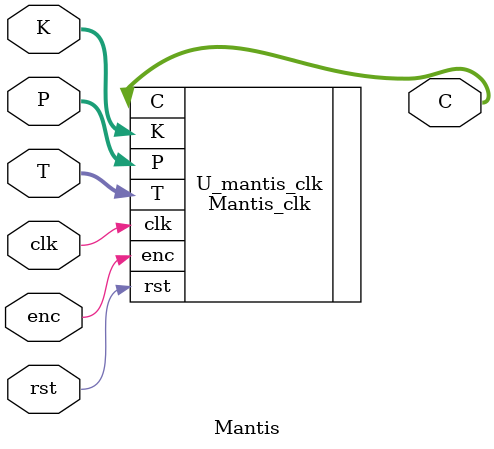
<source format=v>
module Mantis(clk, rst, enc, T, K, P,  C);
    input clk;
	input rst;
    localparam  round = 7; 
    localparam n = 64;
	input enc; 
    input [n-1:0] T;
    input [127:0] K; 
    input [n-1:0] P;
    output [n-1:0] C;

    Mantis_clk
    U_mantis_clk
    (
        .clk(clk),
        .rst(rst),
        .enc(enc), 
        .T(T),
        .K(K), 
        .P(P), 
        .C(C)
    );
	
endmodule
</source>
